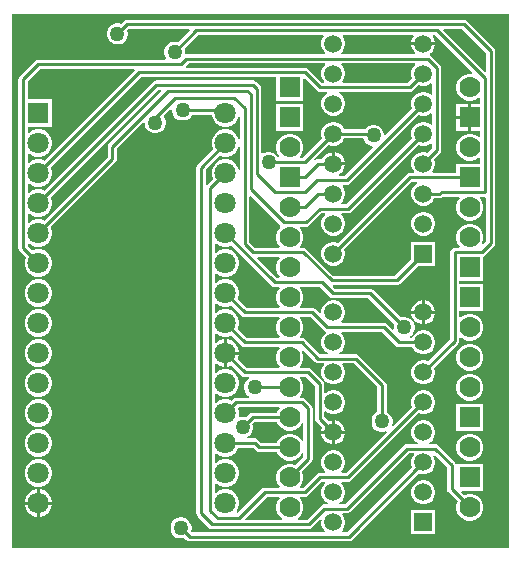
<source format=gbl>
%FSTAX23Y23*%
%MOIN*%
%SFA1B1*%

%IPPOS*%
%ADD13C,0.010000*%
%ADD21R,0.059060X0.059060*%
%ADD22C,0.059060*%
%ADD23C,0.070870*%
%ADD24R,0.070870X0.070870*%
%ADD25C,0.070000*%
%ADD26R,0.070000X0.070000*%
%ADD27C,0.050000*%
%LNeeprom_programmer-1*%
%LPD*%
G36*
X0435Y01645D02*
X02695D01*
Y03425*
X0435*
Y01645*
G37*
%LNeeprom_programmer-2*%
%LPC*%
G36*
X042Y03404D02*
X03077D01*
X03071Y03403*
X03066Y034*
X03057Y03391*
X0305Y03393*
X03041*
X03032Y0339*
X03024Y03386*
X03017Y03379*
X03013Y03371*
X0301Y03362*
Y03353*
X03013Y03344*
X03017Y03336*
X03024Y03329*
X03032Y03325*
X03041Y03323*
X0305*
X03059Y03325*
X03067Y03329*
X03073Y03336*
X03078Y03344*
X0308Y03353*
Y03362*
X03078Y03369*
X03083Y03374*
X03285*
X03286Y03369*
X03247Y0333*
X0324Y03332*
X03231*
X03222Y03329*
X03214Y03325*
X03207Y03318*
X03203Y0331*
X03201Y03301*
Y03292*
X03203Y03283*
X03207Y03276*
X03205Y03271*
X02781*
X02775Y0327*
X0277Y03267*
X0272Y03216*
X02716Y03211*
X02715Y03206*
Y02644*
X02716Y02638*
X0272Y02633*
X0274Y02613*
X02739Y02611*
X02736Y02599*
Y02587*
X02739Y02576*
X02745Y02565*
X02753Y02557*
X02763Y02551*
X02775Y02548*
X02787*
X02799Y02551*
X02809Y02557*
X02817Y02565*
X02823Y02576*
X02826Y02587*
Y02599*
X02823Y02611*
X02817Y02621*
X02809Y0263*
X02799Y02636*
X02787Y02639*
X02775*
X02763Y02636*
X02761Y02635*
X02746Y0265*
Y02658*
X0275Y0266*
X02753Y02657*
X02763Y02651*
X02775Y02648*
X02787*
X02799Y02651*
X02809Y02657*
X02817Y02665*
X02823Y02676*
X02826Y02687*
Y02699*
X02823Y02711*
X02822Y02713*
X03038Y02929*
X03042Y02934*
X03043Y0294*
Y02976*
X03131Y03063*
X03136Y03061*
Y03057*
X03138Y03048*
X03142Y0304*
X03149Y03033*
X03157Y03029*
X03166Y03027*
X03175*
X03184Y03029*
X03192Y03033*
X03199Y0304*
X03203Y03048*
X03206Y03057*
Y03066*
X03203Y03075*
X03199Y03083*
X03198Y03083*
X03222Y03107*
X03227Y03105*
Y03099*
X03229Y0309*
X03233Y03082*
X0324Y03075*
X03248Y03071*
X03257Y03069*
X03266*
X03275Y03071*
X03283Y03075*
X0329Y03082*
X03293Y03088*
X0336*
Y03087*
X03363Y03076*
X03369Y03065*
X03377Y03057*
X03387Y03051*
X03399Y03048*
X03411*
X03422Y03051*
X03433Y03057*
X03441Y03065*
X03447Y03076*
X03449Y03083*
X03454Y03082*
Y03004*
X03449Y03004*
X03447Y03011*
X03441Y03021*
X03433Y0303*
X03422Y03036*
X03411Y03039*
X03399*
X03387Y03036*
X03377Y0303*
X03369Y03021*
X03363Y03011*
X0336Y02999*
Y02987*
X03363Y02976*
X03364Y02974*
X03313Y02923*
X03309Y02918*
X03308Y02912*
Y01759*
X03309Y01753*
X03313Y01748*
X03349Y01712*
X03354Y01708*
X0336Y01707*
X03683*
X03688Y01708*
X03693Y01712*
X03721Y01739*
X03726Y01737*
X03725Y01735*
Y01724*
X03728Y01714*
X03733Y01705*
X03736Y01702*
X03734Y01697*
X03294*
X0329Y01701*
X03292Y01706*
Y01715*
X03289Y01724*
X03285Y01732*
X03278Y01739*
X0327Y01743*
X03261Y01746*
X03252*
X03243Y01743*
X03235Y01739*
X03228Y01732*
X03224Y01724*
X03222Y01715*
Y01706*
X03224Y01697*
X03228Y01689*
X03235Y01682*
X03243Y01678*
X03252Y01676*
X03261*
X03268Y01677*
X03275Y01671*
X0328Y01667*
X03286Y01666*
X03817*
X03822Y01667*
X03827Y01671*
X04049Y01893*
X04059Y0189*
X0407*
X0408Y01893*
X04089Y01898*
X04096Y01905*
X04101Y01914*
X04104Y01924*
Y01935*
X04101Y01945*
X04097Y01952*
X04101Y01955*
X04143Y01913*
Y01841*
X04144Y01835*
X04148Y0183*
X04179Y01799*
X04178Y01797*
X04175Y01785*
Y01774*
X04178Y01762*
X04183Y01752*
X04192Y01743*
X04202Y01738*
X04214Y01735*
X04225*
X04237Y01738*
X04247Y01743*
X04256Y01752*
X04261Y01762*
X04265Y01774*
Y01785*
X04261Y01797*
X04256Y01807*
X04247Y01816*
X04237Y01821*
X04225Y01825*
X04214*
X04202Y01821*
X042Y0182*
X04191Y0183*
X04193Y01835*
X04265*
Y01925*
X04175*
X04171Y01928*
X04169Y0193*
X04114Y01985*
X04109Y01989*
X04104Y0199*
X04085*
X04083Y01995*
X04089Y01998*
X04096Y02005*
X04101Y02014*
X04104Y02024*
Y02035*
X04101Y02045*
X04096Y02054*
X04089Y02061*
X0408Y02066*
X0407Y02069*
X04059*
X04049Y02066*
X0404Y02061*
X04033Y02054*
X04028Y02045*
X04025Y02035*
Y02024*
X04028Y02014*
X04033Y02005*
X0404Y01998*
X04046Y01995*
X04044Y0199*
X0401*
X04004Y01989*
X03999Y01985*
X03803Y0179*
X03785*
X03783Y01795*
X03789Y01798*
X03796Y01805*
X03801Y01814*
X03804Y01824*
Y01835*
X03801Y01845*
X03796Y01854*
X03791Y01859*
X03793Y01864*
X03815*
X0382Y01865*
X03825Y01869*
X04049Y02093*
X04059Y0209*
X0407*
X0408Y02093*
X04089Y02098*
X04096Y02105*
X04101Y02114*
X04104Y02124*
Y02135*
X04101Y02145*
X04096Y02154*
X04089Y02161*
X0408Y02166*
X0407Y02169*
X04059*
X04049Y02166*
X0404Y02161*
X04033Y02154*
X04028Y02145*
X04025Y02135*
Y02124*
X04028Y02114*
X03963Y0205*
X03959Y02053*
X03959Y02053*
X03962Y02062*
Y02071*
X03959Y0208*
X03955Y02088*
X03948Y02095*
X03942Y02098*
Y02188*
X03941Y02193*
X03937Y02198*
X0385Y02285*
X03845Y02289*
X0384Y0229*
X03785*
X03783Y02295*
X03789Y02298*
X03796Y02305*
X03801Y02314*
X03804Y02324*
Y02335*
X03801Y02345*
X03796Y02354*
X03791Y02359*
X03793Y02364*
X03925*
X03971Y02319*
X03976Y02315*
X03982Y02314*
X04028*
X04033Y02305*
X0404Y02298*
X04049Y02293*
X04059Y0229*
X0407*
X0408Y02293*
X04089Y02298*
X04096Y02305*
X04101Y02314*
X04104Y02324*
Y02335*
X04101Y02345*
X04096Y02354*
X04089Y02361*
X0408Y02366*
X0407Y02369*
X04059*
X04049Y02366*
X0404Y02361*
X04033Y02354*
X04028Y02345*
X0402*
X04019Y0235*
X04022Y02351*
X04029Y02358*
X04033Y02366*
X04036Y02375*
Y02384*
X04033Y02393*
X04029Y02401*
X04022Y02408*
X04014Y02412*
X04005Y02415*
X03996*
X03989Y02413*
X03898Y02503*
X03893Y02507*
X03888Y02508*
X0377*
X03762Y02515*
X03764Y0252*
X03976*
X03981Y02521*
X03986Y02525*
X04047Y02585*
X04104*
Y02664*
X04025*
Y02607*
X03969Y02551*
X03765*
X03675Y0264*
X0367Y02644*
X03665Y02645*
X03655*
X03653Y02649*
X03656Y02652*
X03661Y02662*
X03665Y02674*
Y02685*
X03661Y02697*
X03656Y02707*
X03653Y0271*
X03655Y02714*
X03675*
X0368Y02715*
X03685Y02719*
X03726Y02759*
X03736*
X03738Y02754*
X03733Y02749*
X03728Y0274*
X03725Y0273*
Y02719*
X03728Y02709*
X03733Y027*
X0374Y02693*
X03749Y02688*
X03759Y02685*
X0377*
X0378Y02688*
X03789Y02693*
X03796Y027*
X03801Y02709*
X03804Y02719*
Y0273*
X03801Y0274*
X03796Y02749*
X03791Y02754*
X03793Y02759*
X03815*
X0382Y0276*
X03825Y02764*
X04049Y02988*
X04059Y02985*
X0407*
X0408Y02988*
X04089Y02993*
X0409Y02994*
X04094Y02992*
Y02976*
X0408Y02961*
X0407Y02964*
X04059*
X04049Y02961*
X0404Y02956*
X04033Y02949*
X04028Y0294*
X04025Y0293*
Y02919*
X04028Y02909*
X04033Y029*
X04034Y02899*
X04032Y02895*
X0402*
X04014Y02894*
X04009Y0289*
X0378Y02661*
X0377Y02664*
X03759*
X03749Y02661*
X0374Y02656*
X03733Y02649*
X03728Y0264*
X03725Y0263*
Y02619*
X03728Y02609*
X03733Y026*
X0374Y02593*
X03749Y02588*
X03759Y02585*
X0377*
X0378Y02588*
X03789Y02593*
X03796Y026*
X03801Y02609*
X03804Y02619*
Y0263*
X03801Y0264*
X04026Y02864*
X04044*
X04046Y02859*
X0404Y02856*
X04033Y02849*
X04028Y0284*
X04025Y0283*
Y02819*
X04028Y02809*
X04033Y028*
X0404Y02793*
X04049Y02788*
X04059Y02785*
X0407*
X0408Y02788*
X04089Y02793*
X04096Y028*
X04101Y02809*
X04119*
X04124Y0281*
X04129Y02814*
X0413Y02814*
X04184*
X04186Y0281*
X04183Y02807*
X04178Y02797*
X04175Y02785*
Y02774*
X04178Y02762*
X04183Y02752*
X04192Y02743*
X04202Y02738*
X04214Y02735*
X04225*
X04237Y02738*
X04247Y02743*
X04256Y02752*
X04261Y02762*
X04265Y02774*
Y02785*
X04261Y02797*
X04256Y02807*
X04253Y0281*
X04255Y02814*
X0427*
X0427Y02814*
X04274Y02811*
Y02666*
X04263Y02654*
X04259Y02657*
X04261Y02662*
X04265Y02674*
Y02685*
X04261Y02697*
X04256Y02707*
X04247Y02716*
X04237Y02721*
X04225Y02725*
X04214*
X04202Y02721*
X04192Y02716*
X04183Y02707*
X04178Y02697*
X04175Y02685*
Y02674*
X04178Y02662*
X04183Y02652*
X04186Y02649*
X04184Y02645*
X0417*
X04167Y02644*
X04164Y02644*
X04164Y02644*
X04164*
X04161Y02642*
X04159Y0264*
Y0264*
X04159Y0264*
X04157Y02638*
X04155Y02635*
Y02635*
X04155Y02635*
X04155Y02632*
X04154Y0263*
X04154Y0234*
X0408Y02266*
X0407Y02269*
X04059*
X04049Y02266*
X0404Y02261*
X04033Y02254*
X04028Y02245*
X04025Y02235*
Y02224*
X04028Y02214*
X04033Y02205*
X0404Y02198*
X04049Y02193*
X04059Y0219*
X0407*
X0408Y02193*
X04089Y02198*
X04096Y02205*
X04101Y02214*
X04104Y02224*
Y02235*
X04101Y02245*
X0418Y02323*
X04181Y02326*
X04183Y02328*
Y02328*
X04183Y02328*
X04184Y02331*
X04184Y02334*
X04184Y02344*
X04189Y02346*
X04192Y02343*
X04202Y02338*
X04214Y02335*
X04225*
X04237Y02338*
X04247Y02343*
X04256Y02352*
X04261Y02362*
X04265Y02374*
Y02385*
X04261Y02397*
X04256Y02407*
X04247Y02416*
X04237Y02421*
X04225Y02425*
X04214*
X04202Y02421*
X04192Y02416*
X04189Y02413*
X04184Y02415*
X04184Y02435*
X04265*
Y02525*
X04188*
X04185Y02528*
X04185Y02535*
X04265*
Y02615*
X04265Y02615*
X0427Y02619*
X043Y02649*
X04304Y02654*
X04305Y0266*
Y033*
X04304Y03305*
X043Y0331*
X04211Y034*
X04206Y03403*
X042Y03404*
G37*
G36*
X0407Y02764D02*
X04059D01*
X04049Y02761*
X0404Y02756*
X04033Y02749*
X04028Y0274*
X04025Y0273*
Y02719*
X04028Y02709*
X04033Y027*
X0404Y02693*
X04049Y02688*
X04059Y02685*
X0407*
X0408Y02688*
X04089Y02693*
X04096Y027*
X04101Y02709*
X04104Y02719*
Y0273*
X04101Y0274*
X04096Y02749*
X04089Y02756*
X0408Y02761*
X0407Y02764*
G37*
G36*
X02787Y02539D02*
X02775D01*
X02763Y02536*
X02753Y0253*
X02745Y02521*
X02739Y02511*
X02736Y02499*
Y02487*
X02739Y02476*
X02745Y02465*
X02753Y02457*
X02763Y02451*
X02775Y02448*
X02787*
X02799Y02451*
X02809Y02457*
X02817Y02465*
X02823Y02476*
X02826Y02487*
Y02499*
X02823Y02511*
X02817Y02521*
X02809Y0253*
X02799Y02536*
X02787Y02539*
G37*
G36*
X0407Y02469D02*
X0407D01*
Y02435*
X04104*
Y02435*
X04101Y02445*
X04096Y02454*
X04089Y02461*
X0408Y02466*
X0407Y02469*
G37*
G36*
X0406D02*
X04059D01*
X04049Y02466*
X0404Y02461*
X04033Y02454*
X04028Y02445*
X04025Y02435*
Y02435*
X0406*
Y02469*
G37*
G36*
X04104Y02425D02*
X0407D01*
Y0239*
X0407*
X0408Y02393*
X04089Y02398*
X04096Y02405*
X04101Y02414*
X04104Y02424*
Y02425*
G37*
G36*
X0406D02*
X04025D01*
Y02424*
X04028Y02414*
X04033Y02405*
X0404Y02398*
X04049Y02393*
X04059Y0239*
X0406*
Y02425*
G37*
G36*
X02787Y02439D02*
X02775D01*
X02763Y02436*
X02753Y0243*
X02745Y02421*
X02739Y02411*
X02736Y02399*
Y02387*
X02739Y02376*
X02745Y02365*
X02753Y02357*
X02763Y02351*
X02775Y02348*
X02787*
X02799Y02351*
X02809Y02357*
X02817Y02365*
X02823Y02376*
X02826Y02387*
Y02399*
X02823Y02411*
X02817Y02421*
X02809Y0243*
X02799Y02436*
X02787Y02439*
G37*
G36*
Y02339D02*
X02775D01*
X02763Y02336*
X02753Y0233*
X02745Y02321*
X02739Y02311*
X02736Y02299*
Y02287*
X02739Y02276*
X02745Y02265*
X02753Y02257*
X02763Y02251*
X02775Y02248*
X02787*
X02799Y02251*
X02809Y02257*
X02817Y02265*
X02823Y02276*
X02826Y02287*
Y02299*
X02823Y02311*
X02817Y02321*
X02809Y0233*
X02799Y02336*
X02787Y02339*
G37*
G36*
X04225Y02325D02*
X04214D01*
X04202Y02321*
X04192Y02316*
X04183Y02307*
X04178Y02297*
X04175Y02285*
Y02274*
X04178Y02262*
X04183Y02252*
X04192Y02243*
X04202Y02238*
X04214Y02235*
X04225*
X04237Y02238*
X04247Y02243*
X04256Y02252*
X04261Y02262*
X04265Y02274*
Y02285*
X04261Y02297*
X04256Y02307*
X04247Y02316*
X04237Y02321*
X04225Y02325*
G37*
G36*
X02787Y02239D02*
X02775D01*
X02763Y02236*
X02753Y0223*
X02745Y02221*
X02739Y02211*
X02736Y02199*
Y02187*
X02739Y02176*
X02745Y02165*
X02753Y02157*
X02763Y02151*
X02775Y02148*
X02787*
X02799Y02151*
X02809Y02157*
X02817Y02165*
X02823Y02176*
X02826Y02187*
Y02199*
X02823Y02211*
X02817Y02221*
X02809Y0223*
X02799Y02236*
X02787Y02239*
G37*
G36*
X04225Y02225D02*
X04214D01*
X04202Y02221*
X04192Y02216*
X04183Y02207*
X04178Y02197*
X04175Y02185*
Y02174*
X04178Y02162*
X04183Y02152*
X04192Y02143*
X04202Y02138*
X04214Y02135*
X04225*
X04237Y02138*
X04247Y02143*
X04256Y02152*
X04261Y02162*
X04265Y02174*
Y02185*
X04261Y02197*
X04256Y02207*
X04247Y02216*
X04237Y02221*
X04225Y02225*
G37*
G36*
X02787Y02139D02*
X02775D01*
X02763Y02136*
X02753Y0213*
X02745Y02121*
X02739Y02111*
X02736Y02099*
Y02087*
X02739Y02076*
X02745Y02065*
X02753Y02057*
X02763Y02051*
X02775Y02048*
X02787*
X02799Y02051*
X02809Y02057*
X02817Y02065*
X02823Y02076*
X02826Y02087*
Y02099*
X02823Y02111*
X02817Y02121*
X02809Y0213*
X02799Y02136*
X02787Y02139*
G37*
G36*
X04265Y02125D02*
X04175D01*
Y02035*
X04265*
Y02125*
G37*
G36*
X02787Y02039D02*
X02775D01*
X02763Y02036*
X02753Y0203*
X02745Y02021*
X02739Y02011*
X02736Y01999*
Y01987*
X02739Y01976*
X02745Y01965*
X02753Y01957*
X02763Y01951*
X02775Y01948*
X02787*
X02799Y01951*
X02809Y01957*
X02817Y01965*
X02823Y01976*
X02826Y01987*
Y01999*
X02823Y02011*
X02817Y02021*
X02809Y0203*
X02799Y02036*
X02787Y02039*
G37*
G36*
X04225Y02025D02*
X04214D01*
X04202Y02021*
X04192Y02016*
X04183Y02007*
X04178Y01997*
X04175Y01985*
Y01974*
X04178Y01962*
X04183Y01952*
X04192Y01943*
X04202Y01938*
X04214Y01935*
X04225*
X04237Y01938*
X04247Y01943*
X04256Y01952*
X04261Y01962*
X04265Y01974*
Y01985*
X04261Y01997*
X04256Y02007*
X04247Y02016*
X04237Y02021*
X04225Y02025*
G37*
G36*
X02787Y01939D02*
X02775D01*
X02763Y01936*
X02753Y0193*
X02745Y01921*
X02739Y01911*
X02736Y01899*
Y01887*
X02739Y01876*
X02745Y01865*
X02753Y01857*
X02763Y01851*
X02775Y01848*
X02787*
X02799Y01851*
X02809Y01857*
X02817Y01865*
X02823Y01876*
X02826Y01887*
Y01899*
X02823Y01911*
X02817Y01921*
X02809Y0193*
X02799Y01936*
X02787Y01939*
G37*
G36*
Y01839D02*
X02786D01*
Y01798*
X02826*
Y01799*
X02823Y01811*
X02817Y01821*
X02809Y0183*
X02799Y01836*
X02787Y01839*
G37*
G36*
X02776D02*
X02775D01*
X02763Y01836*
X02753Y0183*
X02745Y01821*
X02739Y01811*
X02736Y01799*
Y01798*
X02776*
Y01839*
G37*
G36*
X0407Y01869D02*
X04059D01*
X04049Y01866*
X0404Y01861*
X04033Y01854*
X04028Y01845*
X04025Y01835*
Y01824*
X04028Y01814*
X04033Y01805*
X0404Y01798*
X04049Y01793*
X04059Y0179*
X0407*
X0408Y01793*
X04089Y01798*
X04096Y01805*
X04101Y01814*
X04104Y01824*
Y01835*
X04101Y01845*
X04096Y01854*
X04089Y01861*
X0408Y01866*
X0407Y01869*
G37*
G36*
X02826Y01788D02*
X02786D01*
Y01748*
X02787*
X02799Y01751*
X02809Y01757*
X02817Y01765*
X02823Y01776*
X02826Y01787*
Y01788*
G37*
G36*
X02776D02*
X02736D01*
Y01787*
X02739Y01776*
X02745Y01765*
X02753Y01757*
X02763Y01751*
X02775Y01748*
X02776*
Y01788*
G37*
G36*
X04104Y01769D02*
X04025D01*
Y0169*
X04104*
Y01769*
G37*
%LNeeprom_programmer-3*%
%LPD*%
G36*
X04228Y03229D02*
X04226Y03225D01*
X04225Y03225*
X04214*
X04202Y03221*
X04192Y03216*
X04183Y03207*
X04178Y03197*
X04175Y03185*
Y03174*
X04178Y03162*
X04183Y03152*
X04192Y03143*
X04202Y03138*
X04214Y03135*
X04225*
X04237Y03138*
X04247Y03143*
X0425Y03146*
X04254Y03144*
Y03125*
X04225*
Y0308*
Y03035*
X04254*
Y03015*
X0425Y03013*
X04247Y03016*
X04237Y03021*
X04225Y03025*
X04214*
X04202Y03021*
X04192Y03016*
X04183Y03007*
X04178Y02997*
X04175Y02985*
Y02974*
X04178Y02962*
X04183Y02952*
X04192Y02943*
X04202Y02938*
X04214Y02935*
X04225*
X04237Y02938*
X04247Y02943*
X0425Y02946*
X04254Y02944*
Y02925*
X04175*
Y02895*
X04097*
X04095Y02899*
X04096Y029*
X04101Y02909*
X04104Y02919*
Y0293*
X04101Y0294*
X0412Y02959*
X04124Y02964*
X04125Y0297*
Y03245*
X04124Y0325*
X0412Y03255*
X0409Y03285*
X04088Y03287*
X04088Y03293*
X04089Y03293*
X04096Y033*
X04101Y03309*
X04104Y03319*
Y0332*
X04065*
X04025*
Y03319*
X04028Y03309*
X04033Y033*
X04038Y03295*
X04036Y0329*
X03793*
X03791Y03295*
X03796Y033*
X03801Y03309*
X03804Y03319*
Y0333*
X03801Y0334*
X03796Y03349*
X03796Y03349*
X03798Y03354*
X04031*
X04033Y03349*
X04033Y03349*
X04028Y0334*
X04025Y0333*
Y0333*
X04065*
X04104*
Y0333*
X04101Y0334*
X04096Y03349*
X04096Y03349*
X04098Y03354*
X04103*
X04228Y03229*
G37*
G36*
X03733Y03349D02*
X03733Y03349D01*
X03728Y0334*
X03725Y0333*
Y03319*
X03728Y03309*
X03733Y033*
X03738Y03295*
X03736Y0329*
X03275*
X03275Y0329*
X03274Y0329*
X03271Y03294*
Y03301*
X03269Y03308*
X03314Y03354*
X03731*
X03733Y03349*
G37*
G36*
X04274Y03293D02*
Y03232D01*
X0427Y03231*
X04131Y03369*
X04133Y03374*
X04194*
X04274Y03293*
G37*
G36*
X04038Y03254D02*
X04033Y03249D01*
X04028Y0324*
X04025Y0323*
Y03219*
X04028Y03209*
X04013Y03195*
X03797*
X03795Y03199*
X03796Y032*
X03801Y03209*
X03804Y03219*
Y0323*
X03801Y0324*
X03796Y03249*
X03791Y03254*
X03793Y03259*
X04036*
X04038Y03254*
G37*
G36*
X03738D02*
X03733Y03249D01*
X03728Y0324*
X03725Y0323*
Y03219*
X03728Y03209*
X03733Y032*
X03734Y03199*
X03732Y03195*
X03726*
X0368Y0324*
X03675Y03244*
X0367Y03245*
X03274*
X03272Y0325*
X03282Y03259*
X03736*
X03738Y03254*
G37*
G36*
X03575Y03135D02*
X03665D01*
Y03206*
X03669Y03208*
X03709Y03169*
X03714Y03165*
X0372Y03164*
X03744*
X03746Y03159*
X0374Y03156*
X03733Y03149*
X03728Y0314*
X03725Y0313*
Y03119*
X03728Y03109*
X03733Y031*
X0374Y03093*
X03749Y03088*
X03759Y03085*
X0377*
X0378Y03088*
X03789Y03093*
X03796Y031*
X03801Y03109*
X03804Y03119*
Y0313*
X03801Y0314*
X03796Y03149*
X03789Y03156*
X03783Y03159*
X03785Y03164*
X0402*
X04025Y03165*
X0403Y03169*
X04049Y03188*
X04059Y03185*
X0407*
X0408Y03188*
X04089Y03193*
X0409Y03194*
X04094Y03192*
Y03157*
X0409Y03155*
X04089Y03156*
X0408Y03161*
X0407Y03164*
X04059*
X04049Y03161*
X0404Y03156*
X04033Y03149*
X04028Y0314*
X04025Y0313*
Y03119*
X04028Y03109*
X03938Y0302*
X03934Y03022*
Y03023*
X03931Y03032*
X03927Y0304*
X0392Y03047*
X03912Y03051*
X03903Y03054*
X03894*
X03885Y03051*
X03877Y03047*
X0387Y0304*
X0387Y0304*
X03801*
X03796Y03049*
X03789Y03056*
X0378Y03061*
X0377Y03064*
X03759*
X03749Y03061*
X0374Y03056*
X03733Y03049*
X03728Y0304*
X03725Y0303*
Y03019*
X03728Y03009*
X03663Y02945*
X03655*
X03653Y02949*
X03656Y02952*
X03661Y02962*
X03665Y02974*
Y02985*
X03661Y02997*
X03656Y03007*
X03647Y03016*
X03637Y03021*
X03625Y03025*
X03614*
X03602Y03021*
X03592Y03016*
X03583Y03007*
X03578Y02997*
X03575Y02985*
Y02974*
X03578Y02962*
X03583Y02953*
X03582Y0295*
X03581Y02947*
X0358Y02947*
X03578Y02951*
X03571Y02958*
X03563Y02962*
X03554Y02965*
X03545*
X03536Y02962*
X0353Y02959*
X03525Y02961*
Y03175*
X03524Y03181*
X0352Y03186*
X03508Y03198*
X03503Y03202*
X03497Y03203*
X03175*
X03169Y03202*
X03164Y03198*
X02801Y02835*
X02799Y02836*
X02787Y02839*
X02775*
X02763Y02836*
X02753Y0283*
X0275Y02827*
X02746Y02829*
Y02858*
X0275Y0286*
X02753Y02857*
X02763Y02851*
X02775Y02848*
X02787*
X02799Y02851*
X02809Y02857*
X02817Y02865*
X02823Y02876*
X02826Y02887*
Y02899*
X02823Y02911*
X02822Y02913*
X03123Y03214*
X03575*
Y03135*
G37*
G36*
X04094Y03092D02*
Y03057D01*
X0409Y03055*
X04089Y03056*
X0408Y03061*
X0407Y03064*
X04059*
X04049Y03061*
X0404Y03056*
X04033Y03049*
X04028Y0304*
X04025Y0303*
Y03019*
X04028Y03009*
X03808Y0279*
X03793*
X03791Y02795*
X03796Y028*
X03801Y02809*
X03804Y02819*
Y0283*
X03801Y0284*
X03796Y02849*
X03795Y0285*
X03797Y02854*
X0381*
X03815Y02855*
X0382Y02859*
X04049Y03088*
X04059Y03085*
X0407*
X0408Y03088*
X04089Y03093*
X0409Y03094*
X04094Y03092*
G37*
G36*
X03866Y03005D02*
X0387Y02997D01*
X03877Y0299*
X03885Y02986*
X03894Y02984*
X03895*
X03897Y02979*
X03803Y02885*
X03785*
X03783Y0289*
X03789Y02893*
X03796Y029*
X03801Y02909*
X03804Y02919*
Y0292*
X03765*
Y02925*
X0376*
Y02964*
X03759*
X03749Y02961*
X0374Y02956*
X03733Y02949*
X03728Y0294*
X03715*
X03709Y02939*
X03705Y02936*
X03701Y0294*
X03749Y02988*
X03759Y02985*
X0377*
X0378Y02988*
X03789Y02993*
X03796Y03*
X03801Y03009*
X03865*
X03866Y03005*
G37*
G36*
X03454Y02982D02*
Y02904D01*
X03449Y02904*
X03447Y02911*
X03441Y02921*
X03433Y0293*
X03422Y02936*
X03411Y02939*
X03399*
X03387Y02936*
X03377Y0293*
X03369Y02921*
X03363Y02911*
X0336Y02899*
Y02887*
X03363Y02876*
X03364Y02874*
X03344Y02854*
X03343Y02854*
X03339Y02855*
Y02906*
X03385Y02952*
X03387Y02951*
X03399Y02948*
X03411*
X03422Y02951*
X03433Y02957*
X03441Y02965*
X03447Y02976*
X03449Y02983*
X03454Y02982*
G37*
G36*
X03102Y03236D02*
X02801Y02935D01*
X02799Y02936*
X02787Y02939*
X02775*
X02763Y02936*
X02753Y0293*
X0275Y02927*
X02746Y02929*
Y02958*
X0275Y0296*
X02753Y02957*
X02763Y02951*
X02775Y02948*
X02787*
X02799Y02951*
X02809Y02957*
X02817Y02965*
X02823Y02976*
X02826Y02987*
Y02999*
X02823Y03011*
X02817Y03021*
X02809Y0303*
X02799Y03036*
X02787Y03039*
X02775*
X02763Y03036*
X02753Y0303*
X0275Y03027*
X02746Y03029*
Y03048*
X02826*
Y03139*
X02746*
Y03199*
X02787Y03241*
X031*
X03102Y03236*
G37*
G36*
X03192Y03168D02*
X03017Y02993D01*
X03013Y02988*
X03012Y02982*
Y02946*
X02801Y02735*
X02799Y02736*
X02787Y02739*
X02775*
X02763Y02736*
X02753Y0273*
X0275Y02727*
X02746Y02729*
Y02758*
X0275Y0276*
X02753Y02757*
X02763Y02751*
X02775Y02748*
X02787*
X02799Y02751*
X02809Y02757*
X02817Y02765*
X02823Y02776*
X02826Y02787*
Y02799*
X02823Y02811*
X02822Y02813*
X03182Y03172*
X0319*
X03192Y03168*
G37*
G36*
X03588Y02719D02*
X03588Y02719D01*
X03588Y02712*
X03583Y02707*
X03578Y02697*
X03575Y02685*
Y02674*
X03578Y02662*
X03583Y02652*
X03586Y02649*
X03584Y02645*
X03504*
X03485Y02664*
Y02815*
X03489Y02817*
X03588Y02719*
G37*
G36*
X03377Y02657D02*
X03387Y02651D01*
X03399Y02648*
X03411*
X03422Y02651*
X03425Y02652*
X03558Y02519*
X03563Y02515*
X03569Y02514*
X03584*
X03586Y0251*
X03583Y02507*
X03578Y02497*
X03575Y02485*
Y02474*
X03578Y02462*
X03583Y02452*
X03586Y02449*
X03584Y02445*
X03475*
X03446Y02474*
X03447Y02476*
X0345Y02487*
Y02499*
X03447Y02511*
X03441Y02521*
X03433Y0253*
X03422Y02536*
X03411Y02539*
X03399*
X03387Y02536*
X03377Y0253*
X03374Y02527*
X0337Y02529*
Y02558*
X03374Y0256*
X03377Y02557*
X03387Y02551*
X03399Y02548*
X03411*
X03422Y02551*
X03433Y02557*
X03441Y02565*
X03447Y02576*
X0345Y02587*
Y02599*
X03447Y02611*
X03441Y02621*
X03433Y0263*
X03422Y02636*
X03411Y02639*
X03399*
X03387Y02636*
X03377Y0263*
X03374Y02627*
X0337Y02629*
Y02658*
X03374Y0266*
X03377Y02657*
G37*
G36*
X03586Y0261D02*
X03583Y02607D01*
X03578Y02597*
X03575Y02585*
Y02574*
X03578Y02562*
X03583Y02552*
X03586Y02549*
X03584Y02545*
X03575*
X0351Y0261*
X03512Y02614*
X03584*
X03586Y0261*
G37*
G36*
X03753Y02482D02*
X03758Y02478D01*
X03764Y02477*
X03881*
X03967Y02391*
X03966Y02384*
Y02375*
X03966Y02374*
X03961Y02371*
X03942Y0239*
X03937Y02394*
X03932Y02395*
X03793*
X03791Y024*
X03796Y02405*
X03801Y02414*
X03804Y02424*
Y02435*
X03801Y02445*
X03796Y02454*
X03789Y02461*
X0378Y02466*
X0377Y02469*
X03759*
X03749Y02466*
X0374Y02461*
X03733Y02454*
X03728Y02445*
X03725Y02435*
Y02428*
X0372Y02426*
X03705Y0244*
X037Y02444*
X03695Y02445*
X03655*
X03653Y02449*
X03656Y02452*
X03661Y02462*
X03665Y02474*
Y02485*
X03661Y02497*
X03656Y02507*
X03653Y0251*
X03655Y02514*
X0372*
X03753Y02482*
G37*
G36*
X03377Y02457D02*
X03387Y02451D01*
X03399Y02448*
X03411*
X03422Y02451*
X03425Y02452*
X03458Y02419*
X03463Y02415*
X03469Y02414*
X03584*
X03586Y0241*
X03583Y02407*
X03578Y02397*
X03575Y02385*
Y02374*
X03578Y02362*
X03583Y02352*
X03586Y02349*
X03584Y02345*
X03475*
X03446Y02374*
X03447Y02376*
X0345Y02387*
Y02399*
X03447Y02411*
X03441Y02421*
X03433Y0243*
X03422Y02436*
X03411Y02439*
X03399*
X03387Y02436*
X03377Y0243*
X03374Y02427*
X0337Y02429*
Y02458*
X03374Y0246*
X03377Y02457*
G37*
G36*
X03734Y02369D02*
X03738Y02366D01*
X03739Y02364*
X03739Y0236*
X03733Y02354*
X03728Y02345*
X03725Y02335*
Y02324*
X03728Y02314*
X03733Y02305*
X0374Y02298*
X03746Y02295*
X03744Y0229*
X03721*
X0367Y0234*
X03665Y02344*
X0366Y02345*
X03655*
X03653Y02349*
X03656Y02352*
X03661Y02362*
X03665Y02374*
Y02385*
X03661Y02397*
X03656Y02407*
X03653Y0241*
X03655Y02414*
X03688*
X03734Y02369*
G37*
G36*
X03377Y02357D02*
X03387Y02351D01*
X03399Y02348*
X03411*
X03422Y02351*
X03425Y02352*
X03458Y02319*
X03463Y02315*
X03469Y02314*
X03584*
X03586Y0231*
X03583Y02307*
X03578Y02297*
X03575Y02285*
Y02274*
X03578Y02262*
X03583Y02252*
X03586Y02249*
X03584Y02245*
X03475*
X03446Y02274*
X03447Y02276*
X0345Y02287*
Y02288*
X0341*
Y02248*
X03411*
X03422Y02251*
X03425Y02252*
X03458Y02219*
X03463Y02215*
X03469Y02214*
X03482*
X03483Y02209*
X0348Y02208*
X03473Y02201*
X03469Y02193*
X03467Y02184*
Y02175*
X03469Y02166*
X03473Y02158*
X0348Y02151*
X03483Y0215*
X03482Y02145*
X03441*
X03435Y02144*
X0343Y0214*
X03425Y02135*
X03422Y02136*
X03411Y02139*
X03399*
X03387Y02136*
X03377Y0213*
X03374Y02127*
X0337Y02129*
Y02158*
X03374Y0216*
X03377Y02157*
X03387Y02151*
X03399Y02148*
X03411*
X03422Y02151*
X03433Y02157*
X03441Y02165*
X03447Y02176*
X0345Y02187*
Y02199*
X03447Y02211*
X03441Y02221*
X03433Y0223*
X03422Y02236*
X03411Y02239*
X03399*
X03387Y02236*
X03377Y0223*
X03374Y02227*
X0337Y02229*
Y02258*
X03374Y0226*
X03377Y02257*
X03387Y02251*
X03399Y02248*
X034*
Y02293*
Y02339*
X03399*
X03387Y02336*
X03377Y0233*
X03374Y02327*
X0337Y02329*
Y02358*
X03374Y0236*
X03377Y02357*
G37*
G36*
X03704Y02264D02*
X03709Y0226D01*
X03715Y02259*
X03732*
X03734Y02255*
X03733Y02254*
X03728Y02245*
X03725Y02235*
Y02224*
X03728Y02214*
X03733Y02205*
X0374Y02198*
X03749Y02193*
X03759Y0219*
X0377*
X0378Y02193*
X03789Y02198*
X03796Y02205*
X03801Y02214*
X03804Y02224*
Y02235*
X03801Y02245*
X03796Y02254*
X03795Y02255*
X03797Y02259*
X03833*
X03911Y02181*
Y02098*
X03905Y02095*
X03898Y02088*
X03894Y0208*
X03892Y02071*
Y02062*
X03894Y02053*
X03898Y02045*
X03905Y02038*
X03913Y02034*
X03922Y02032*
X03931*
X0394Y02034*
X0394Y02034*
X03943Y0203*
X03808Y01895*
X03793*
X03791Y019*
X03796Y01905*
X03801Y01914*
X03804Y01924*
Y01935*
X03801Y01945*
X03796Y01954*
X03789Y01961*
X0378Y01966*
X0377Y01969*
X03759*
X03749Y01966*
X0374Y01961*
X03733Y01954*
X03728Y01945*
X03725Y01935*
Y01924*
X03728Y01914*
X03733Y01905*
X03738Y019*
X03736Y01895*
X03721*
X03715Y01894*
X0371Y0189*
X03664Y01845*
X03655*
X03653Y01849*
X03656Y01852*
X03661Y01862*
X03665Y01874*
Y01885*
X03661Y01897*
X0366Y01899*
X03691Y0193*
X03695Y01935*
X03696Y01941*
Y02109*
X03695Y02114*
X03691Y02119*
X0367Y0214*
X03665Y02144*
X0366Y02145*
X03655*
X03653Y02149*
X03656Y02152*
X03661Y02162*
X03665Y02174*
Y02185*
X03661Y02197*
X03656Y02207*
X03653Y0221*
X03655Y02214*
X03673*
X03704Y02183*
Y02075*
X03705Y02069*
X03709Y02064*
X03728Y02045*
X03725Y02035*
Y02035*
X0376*
Y02069*
X03759*
X03749Y02066*
X03735Y02081*
Y02097*
X03739Y02099*
X0374Y02098*
X03749Y02093*
X03759Y0209*
X0377*
X0378Y02093*
X03789Y02098*
X03796Y02105*
X03801Y02114*
X03804Y02124*
Y02135*
X03801Y02145*
X03796Y02154*
X03789Y02161*
X0378Y02166*
X0377Y02169*
X03759*
X03749Y02166*
X0374Y02161*
X03739Y0216*
X03735Y02162*
Y0219*
X03734Y02195*
X0373Y022*
X0369Y0224*
X03685Y02244*
X0368Y02245*
X03655*
X03653Y02249*
X03656Y02252*
X03661Y02262*
X03665Y02274*
Y02285*
X03661Y02297*
X03659Y02302*
X03663Y02305*
X03704Y02264*
G37*
G36*
X03586Y0211D02*
X03583Y02107D01*
X03578Y02097*
X03577Y02095*
X03496*
X0349Y02094*
X03485Y0209*
X03473Y02079*
X03466Y02081*
X03457*
X03453Y0208*
X03449Y02084*
X0345Y02087*
Y02099*
X03448Y02109*
X0345Y02113*
X03451Y02114*
X03584*
X03586Y0211*
G37*
G36*
X03578Y02062D02*
X03583Y02052D01*
X03592Y02043*
X03602Y02038*
X03614Y02035*
X03625*
X03637Y02038*
X03647Y02043*
X03656Y02052*
X0366Y0206*
X03665Y02059*
Y02*
X0366Y01999*
X03656Y02007*
X03647Y02016*
X03637Y02021*
X03625Y02025*
X03614*
X03602Y02021*
X03592Y02016*
X03583Y02007*
X03578Y01997*
X03577Y01995*
X03525*
X03515Y02004*
X0351Y02007*
X03505Y02009*
X03478*
X03476Y02014*
X03483Y02017*
X0349Y02024*
X03494Y02032*
X03497Y02041*
Y0205*
X03495Y02057*
X03502Y02064*
X03577*
X03578Y02062*
G37*
G36*
X03508Y01969D02*
X03512Y01965D01*
X03518Y01964*
X03577*
X03578Y01962*
X03583Y01952*
X03592Y01943*
X03602Y01938*
X03614Y01935*
X03625*
X03637Y01938*
X03647Y01943*
X03656Y01952*
X0366Y0196*
X03665Y01959*
Y01947*
X03639Y0192*
X03637Y01921*
X03625Y01925*
X03614*
X03602Y01921*
X03592Y01916*
X03583Y01907*
X03578Y01897*
X03575Y01885*
Y01874*
X03578Y01862*
X03583Y01852*
X03586Y01849*
X03584Y01845*
X03536*
X0353Y01844*
X03525Y0184*
X03445Y0176*
X03443Y0176*
X03442Y01764*
X03442Y01766*
X03447Y01776*
X0345Y01787*
Y01799*
X03447Y01811*
X03441Y01821*
X03433Y0183*
X03422Y01836*
X03411Y01839*
X03399*
X03387Y01836*
X03377Y0183*
X03374Y01827*
X0337Y01829*
Y01858*
X03374Y0186*
X03377Y01857*
X03387Y01851*
X03399Y01848*
X03411*
X03422Y01851*
X03433Y01857*
X03441Y01865*
X03447Y01876*
X0345Y01887*
Y01899*
X03447Y01911*
X03441Y01921*
X03433Y0193*
X03422Y01936*
X03411Y01939*
X03399*
X03387Y01936*
X03377Y0193*
X03374Y01927*
X0337Y01929*
Y01958*
X03374Y0196*
X03377Y01957*
X03387Y01951*
X03399Y01948*
X03411*
X03422Y01951*
X03433Y01957*
X03441Y01965*
X03447Y01976*
X03448Y01978*
X03498*
X03508Y01969*
G37*
G36*
X03738Y01859D02*
X03733Y01854D01*
X03728Y01845*
X03725Y01835*
Y01824*
X03728Y01814*
X03733Y01805*
X0374Y01798*
X03746Y01795*
X03744Y0179*
X03735*
X03729Y01789*
X03724Y01785*
X03676Y01738*
X03647*
X03646Y01743*
X03647Y01743*
X03656Y01752*
X03661Y01762*
X03665Y01774*
Y01785*
X03661Y01797*
X03656Y01807*
X03653Y0181*
X03655Y01814*
X03671*
X03676Y01815*
X03681Y01819*
X03727Y01864*
X03736*
X03738Y01859*
G37*
G36*
X03586Y0181D02*
X03583Y01807D01*
X03578Y01797*
X03575Y01785*
Y01774*
X03578Y01762*
X03583Y01752*
X03592Y01743*
X03593Y01743*
X03592Y01738*
X03472*
X0347Y01742*
X03542Y01814*
X03584*
X03586Y0181*
G37*
G36*
X04034Y01955D02*
X04033Y01954D01*
X04028Y01945*
X04025Y01935*
Y01924*
X04028Y01914*
X0381Y01697*
X03795*
X03793Y01702*
X03796Y01705*
X03801Y01714*
X03804Y01724*
Y01735*
X03801Y01745*
X03796Y01754*
X03795Y01755*
X03797Y01759*
X0381*
X03815Y0176*
X0382Y01764*
X04016Y01959*
X04032*
X04034Y01955*
G37*
%LNeeprom_programmer-4*%
%LPC*%
G36*
X04215Y03125D02*
X04175D01*
Y03085*
X04215*
Y03125*
G37*
G36*
Y03075D02*
X04175D01*
Y03035*
X04215*
Y03075*
G37*
G36*
X03665Y03125D02*
X03575D01*
Y03035*
X03665*
Y03125*
G37*
G36*
X0377Y02964D02*
X0377D01*
Y0293*
X03804*
Y0293*
X03801Y0294*
X03796Y02949*
X03789Y02956*
X0378Y02961*
X0377Y02964*
G37*
G36*
X03411Y02339D02*
X0341D01*
Y02298*
X0345*
Y02299*
X03447Y02311*
X03441Y02321*
X03433Y0233*
X03422Y02336*
X03411Y02339*
G37*
G36*
X0377Y02069D02*
X0377D01*
Y02035*
X03804*
Y02035*
X03801Y02045*
X03796Y02054*
X03789Y02061*
X0378Y02066*
X0377Y02069*
G37*
G36*
X03804Y02025D02*
X0377D01*
Y0199*
X0377*
X0378Y01993*
X03789Y01998*
X03796Y02005*
X03801Y02014*
X03804Y02024*
Y02025*
G37*
G36*
X0376D02*
X03725D01*
Y02024*
X03728Y02014*
X03733Y02005*
X0374Y01998*
X03749Y01993*
X03759Y0199*
X0376*
Y02025*
G37*
%LNeeprom_programmer-5*%
%LPD*%
G54D13*
X03976Y02536D02*
X04065Y02625D01*
X03759Y02536D02*
X03976D01*
X03665Y0263D02*
X03759Y02536D01*
X03498Y0263D02*
X03665D01*
X0347Y02658D02*
X03498Y0263D01*
X0347Y02658D02*
Y0311D01*
X03435Y03144D02*
X0347Y0311D01*
X03237Y03144D02*
X03435D01*
X03171Y03078D02*
X03237Y03144D01*
X03171Y03062D02*
Y03078D01*
X03893Y03025D02*
X03899Y03019D01*
X03765Y03025D02*
X03893D01*
X0355Y0293D02*
X0367D01*
X03765Y03025*
X03045Y03358D02*
X03077Y03389D01*
X042*
X0429Y033*
Y0266D02*
Y033D01*
X0426Y0263D02*
X0429Y0266D01*
X0417Y0263D02*
X0426D01*
X04169Y02334D02*
X0417Y0263D01*
X04065Y0223D02*
X04169Y02334D01*
X02781Y02893D02*
X03117Y0323D01*
X0367*
X0372Y0318*
X0402*
X04065Y03225*
X02781Y02793D02*
X03175Y03188D01*
X03497*
X0351Y03175*
Y0289D02*
Y03175D01*
Y0289D02*
X0357Y0283D01*
X0367*
X0371Y0287*
X0381*
X04065Y03125*
X03405Y02393D02*
X03469Y0233D01*
X0366*
X03715Y02275*
X0384*
X03927Y02188*
Y02067D02*
Y02188D01*
X03257Y01711D02*
X03286Y01682D01*
X03817*
X04065Y0193*
X03888Y02493D02*
X04001Y0238D01*
X03764Y02493D02*
X03888D01*
X03727Y0253D02*
X03764Y02493D01*
X03569Y0253D02*
X03727D01*
X03405Y02693D02*
X03569Y0253D01*
X03815Y0188D02*
X04065Y0213D01*
X03721Y0188D02*
X03815D01*
X03671Y0183D02*
X03721Y0188D01*
X03536Y0183D02*
X03671D01*
X03449Y01743D02*
X03536Y0183D01*
X0338Y01743D02*
X03449D01*
X03355Y01768D02*
X0338Y01743D01*
X03355Y01768D02*
Y02843D01*
X03405Y02893*
X02731Y02644D02*
X02781Y02593D01*
X02731Y02644D02*
Y03206D01*
X02781Y03256*
X03257*
X03275Y03275*
X0408*
X0411Y03245*
Y0297D02*
Y03245D01*
X04065Y02925D02*
X0411Y0297D01*
X04065Y02825D02*
X04119D01*
X04124Y0283*
X0427*
Y03209*
X0411Y03369D02*
X0427Y03209D01*
X03308Y03369D02*
X0411D01*
X03236Y03297D02*
X03308Y03369D01*
X04159Y01841D02*
X0422Y0178D01*
X04159Y01841D02*
Y0192D01*
X04104Y01975D02*
X04159Y0192D01*
X0401Y01975D02*
X04104D01*
X0381Y01775D02*
X0401Y01975D01*
X03735Y01775D02*
X0381D01*
X03683Y01723D02*
X03735Y01775D01*
X0336Y01723D02*
X03683D01*
X03324Y01759D02*
X0336Y01723D01*
X03324Y01759D02*
Y02912D01*
X03405Y02993*
X02781Y02693D02*
X03028Y0294D01*
Y02982*
X03213Y03168*
X03477*
X0349Y03156*
Y02839D02*
Y03156D01*
Y02839D02*
X03599Y0273D01*
X03675*
X0372Y02775*
X03815*
X04065Y03025*
X03262Y03104D02*
X03395D01*
X03405Y03093*
X03715Y02925D02*
X03765D01*
X0367Y0288D02*
X03715Y02925D01*
X0362Y0288D02*
X0367D01*
X03405Y02093D02*
X03441Y0213D01*
X0366*
X03681Y02109*
Y01941D02*
Y02109D01*
X0362Y0188D02*
X03681Y01941D01*
X03502Y0218D02*
X0362D01*
X03462Y02046D02*
X03496Y0208D01*
X0362*
X0372Y02075D02*
X03765Y0203D01*
X0372Y02075D02*
Y0219D01*
X0368Y0223D02*
X0372Y0219D01*
X03469Y0223D02*
X0368D01*
X03405Y02293D02*
X03469Y0223D01*
X0402Y0288D02*
X0422D01*
X03765Y02625D02*
X0402Y0288D01*
X03982Y0233D02*
X04065D01*
X03932Y0238D02*
X03982Y0233D01*
X03745Y0238D02*
X03932D01*
X03695Y0243D02*
X03745Y0238D01*
X03469Y0243D02*
X03695D01*
X03405Y02493D02*
X03469Y0243D01*
X03518Y0198D02*
X0362D01*
X03505Y01993D02*
X03518Y0198D01*
X03405Y01993D02*
X03505D01*
X03715Y02825D02*
X03765D01*
X0367Y0278D02*
X03715Y02825D01*
X0362Y0278D02*
X0367D01*
G54D21*
X04065Y0173D03*
Y02625D03*
G54D22*
X04065Y0183D03*
Y0193D03*
Y0203D03*
Y0213D03*
Y0223D03*
Y0233D03*
Y0243D03*
X03765Y0173D03*
Y0183D03*
Y0193D03*
Y0203D03*
Y0213D03*
Y0223D03*
Y0233D03*
Y0243D03*
X04065Y02725D03*
Y02825D03*
Y02925D03*
Y03025D03*
Y03125D03*
Y03225D03*
Y03325D03*
X03765Y02625D03*
Y02725D03*
Y02825D03*
Y02925D03*
Y03025D03*
Y03125D03*
Y03225D03*
Y03325D03*
G54D23*
X03405Y03093D03*
Y02993D03*
Y02893D03*
Y02793D03*
Y02693D03*
Y02593D03*
Y02493D03*
Y02393D03*
Y02293D03*
Y02193D03*
Y02093D03*
Y01993D03*
Y01893D03*
Y01793D03*
X02781D03*
Y01893D03*
Y01993D03*
Y02093D03*
Y02193D03*
Y02293D03*
Y02393D03*
Y02593D03*
Y02693D03*
Y02793D03*
Y02893D03*
Y02993D03*
Y02493D03*
G54D24*
X02781Y03093D03*
G54D25*
X0422Y0178D03*
Y0198D03*
Y0218D03*
Y0228D03*
Y0238D03*
Y0268D03*
Y0278D03*
Y0298D03*
Y0318D03*
X0362Y0178D03*
Y0188D03*
Y0198D03*
Y0208D03*
Y0218D03*
Y0228D03*
Y0238D03*
Y0248D03*
Y0258D03*
Y0268D03*
Y0278D03*
Y0298D03*
G54D26*
X0422Y0188D03*
Y0208D03*
Y0248D03*
Y0258D03*
Y0288D03*
Y0308D03*
X0362Y0288D03*
Y0308D03*
Y0318D03*
G54D27*
X03171Y03062D03*
X03899Y03019D03*
X0355Y0293D03*
X03045Y03358D03*
X03927Y02067D03*
X03257Y01711D03*
X04001Y0238D03*
X03236Y03297D03*
X03262Y03104D03*
X03502Y0218D03*
X03462Y02046D03*
M02*
</source>
